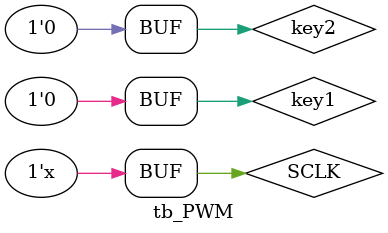
<source format=v>
`timescale  1ns/1ps
module tb_PWM();

reg     SCLK;
reg     key1;
reg     key2;
wire    PWM;

initial
    SCLK = 0;
always
    #5
    SCLK = ~SCLK;

initial 
begin
    key1 = 0;
    key2 = 0;
end

PWM         PWM_inst(
    .sclk   (SCLK),
    .key1   (key1),
    .key2   (key2),
    .PWM    (PWM)
);

endmodule 


</source>
